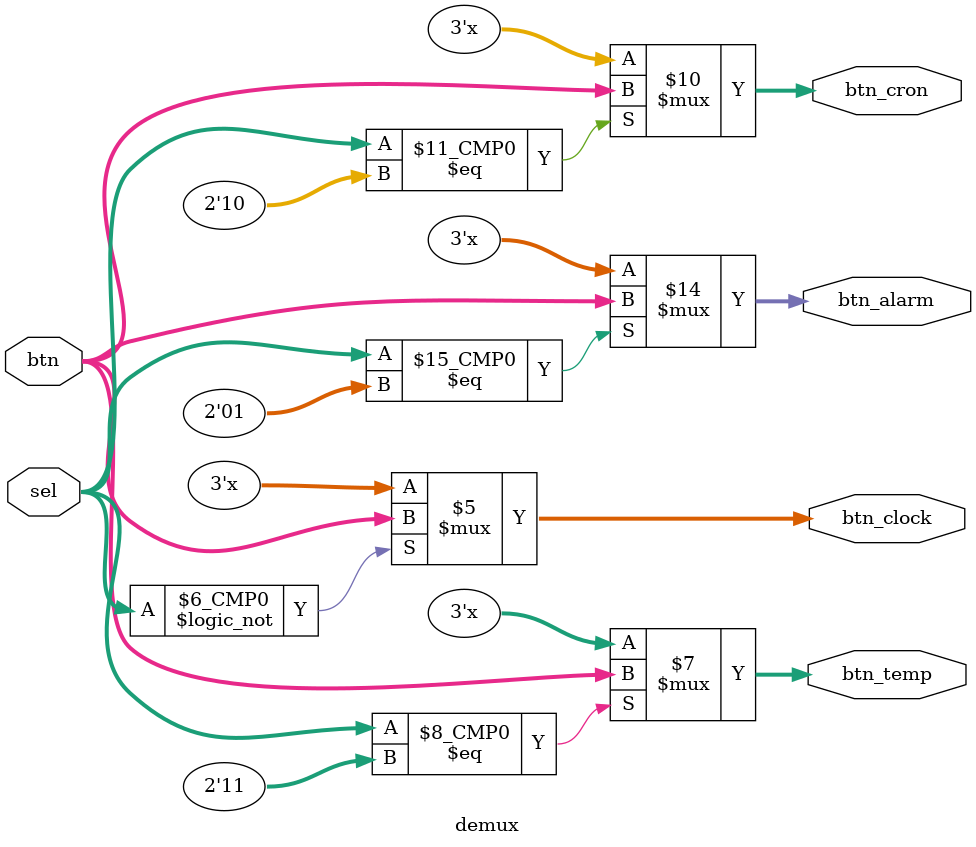
<source format=v>
module demux( // Demux con 4 entradas
	input wire [1:0] sel,      
	input wire [2:0] btn,
	output reg [2:0] btn_clock,
	output reg [2:0] btn_alarm,
	output reg [2:0] btn_cron,
	output reg [2:0] btn_temp
);

// Selector 
always @(*) begin
	case (sel) 
			4'b00: btn_clock = btn; 
			4'b01: btn_alarm = btn;
			4'b10: btn_cron = btn;
			4'b11: btn_temp = btn;
		endcase 
	end
	
endmodule



</source>
